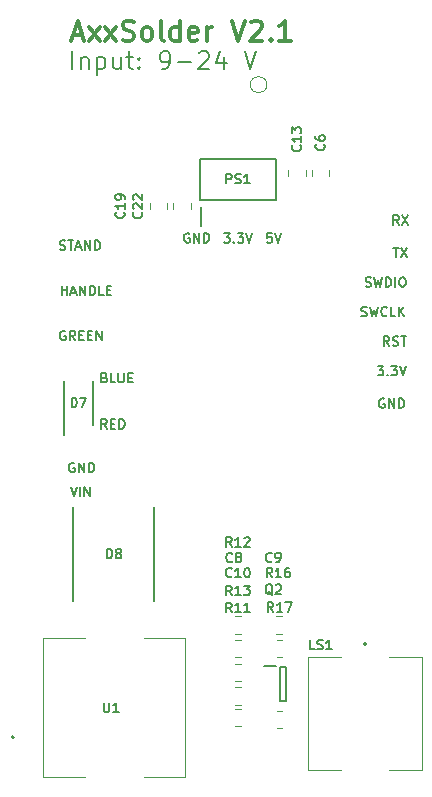
<source format=gbr>
%TF.GenerationSoftware,KiCad,Pcbnew,7.0.8*%
%TF.CreationDate,2023-10-07T14:56:38+02:00*%
%TF.ProjectId,AxxSolder,41787853-6f6c-4646-9572-2e6b69636164,rev?*%
%TF.SameCoordinates,Original*%
%TF.FileFunction,Legend,Top*%
%TF.FilePolarity,Positive*%
%FSLAX46Y46*%
G04 Gerber Fmt 4.6, Leading zero omitted, Abs format (unit mm)*
G04 Created by KiCad (PCBNEW 7.0.8) date 2023-10-07 14:56:38*
%MOMM*%
%LPD*%
G01*
G04 APERTURE LIST*
%ADD10C,0.300000*%
%ADD11C,0.150000*%
%ADD12C,0.200000*%
%ADD13C,0.120000*%
%ADD14C,0.100000*%
G04 APERTURE END LIST*
D10*
X104021177Y-49535139D02*
X104830701Y-49535139D01*
X103859272Y-50020853D02*
X104425939Y-48320853D01*
X104425939Y-48320853D02*
X104992606Y-50020853D01*
X105397368Y-50020853D02*
X106287844Y-48887520D01*
X105397368Y-48887520D02*
X106287844Y-50020853D01*
X106773558Y-50020853D02*
X107664034Y-48887520D01*
X106773558Y-48887520D02*
X107664034Y-50020853D01*
X108230700Y-49939901D02*
X108473557Y-50020853D01*
X108473557Y-50020853D02*
X108878319Y-50020853D01*
X108878319Y-50020853D02*
X109040224Y-49939901D01*
X109040224Y-49939901D02*
X109121176Y-49858948D01*
X109121176Y-49858948D02*
X109202129Y-49697043D01*
X109202129Y-49697043D02*
X109202129Y-49535139D01*
X109202129Y-49535139D02*
X109121176Y-49373234D01*
X109121176Y-49373234D02*
X109040224Y-49292281D01*
X109040224Y-49292281D02*
X108878319Y-49211329D01*
X108878319Y-49211329D02*
X108554510Y-49130377D01*
X108554510Y-49130377D02*
X108392605Y-49049424D01*
X108392605Y-49049424D02*
X108311652Y-48968472D01*
X108311652Y-48968472D02*
X108230700Y-48806567D01*
X108230700Y-48806567D02*
X108230700Y-48644662D01*
X108230700Y-48644662D02*
X108311652Y-48482758D01*
X108311652Y-48482758D02*
X108392605Y-48401805D01*
X108392605Y-48401805D02*
X108554510Y-48320853D01*
X108554510Y-48320853D02*
X108959271Y-48320853D01*
X108959271Y-48320853D02*
X109202129Y-48401805D01*
X110173558Y-50020853D02*
X110011653Y-49939901D01*
X110011653Y-49939901D02*
X109930700Y-49858948D01*
X109930700Y-49858948D02*
X109849748Y-49697043D01*
X109849748Y-49697043D02*
X109849748Y-49211329D01*
X109849748Y-49211329D02*
X109930700Y-49049424D01*
X109930700Y-49049424D02*
X110011653Y-48968472D01*
X110011653Y-48968472D02*
X110173558Y-48887520D01*
X110173558Y-48887520D02*
X110416415Y-48887520D01*
X110416415Y-48887520D02*
X110578319Y-48968472D01*
X110578319Y-48968472D02*
X110659272Y-49049424D01*
X110659272Y-49049424D02*
X110740224Y-49211329D01*
X110740224Y-49211329D02*
X110740224Y-49697043D01*
X110740224Y-49697043D02*
X110659272Y-49858948D01*
X110659272Y-49858948D02*
X110578319Y-49939901D01*
X110578319Y-49939901D02*
X110416415Y-50020853D01*
X110416415Y-50020853D02*
X110173558Y-50020853D01*
X111711653Y-50020853D02*
X111549748Y-49939901D01*
X111549748Y-49939901D02*
X111468795Y-49777996D01*
X111468795Y-49777996D02*
X111468795Y-48320853D01*
X113087843Y-50020853D02*
X113087843Y-48320853D01*
X113087843Y-49939901D02*
X112925938Y-50020853D01*
X112925938Y-50020853D02*
X112602129Y-50020853D01*
X112602129Y-50020853D02*
X112440224Y-49939901D01*
X112440224Y-49939901D02*
X112359271Y-49858948D01*
X112359271Y-49858948D02*
X112278319Y-49697043D01*
X112278319Y-49697043D02*
X112278319Y-49211329D01*
X112278319Y-49211329D02*
X112359271Y-49049424D01*
X112359271Y-49049424D02*
X112440224Y-48968472D01*
X112440224Y-48968472D02*
X112602129Y-48887520D01*
X112602129Y-48887520D02*
X112925938Y-48887520D01*
X112925938Y-48887520D02*
X113087843Y-48968472D01*
X114544985Y-49939901D02*
X114383081Y-50020853D01*
X114383081Y-50020853D02*
X114059271Y-50020853D01*
X114059271Y-50020853D02*
X113897366Y-49939901D01*
X113897366Y-49939901D02*
X113816414Y-49777996D01*
X113816414Y-49777996D02*
X113816414Y-49130377D01*
X113816414Y-49130377D02*
X113897366Y-48968472D01*
X113897366Y-48968472D02*
X114059271Y-48887520D01*
X114059271Y-48887520D02*
X114383081Y-48887520D01*
X114383081Y-48887520D02*
X114544985Y-48968472D01*
X114544985Y-48968472D02*
X114625938Y-49130377D01*
X114625938Y-49130377D02*
X114625938Y-49292281D01*
X114625938Y-49292281D02*
X113816414Y-49454186D01*
X115354509Y-50020853D02*
X115354509Y-48887520D01*
X115354509Y-49211329D02*
X115435462Y-49049424D01*
X115435462Y-49049424D02*
X115516414Y-48968472D01*
X115516414Y-48968472D02*
X115678319Y-48887520D01*
X115678319Y-48887520D02*
X115840224Y-48887520D01*
X117459271Y-48320853D02*
X118025938Y-50020853D01*
X118025938Y-50020853D02*
X118592605Y-48320853D01*
X119078319Y-48482758D02*
X119159271Y-48401805D01*
X119159271Y-48401805D02*
X119321176Y-48320853D01*
X119321176Y-48320853D02*
X119725938Y-48320853D01*
X119725938Y-48320853D02*
X119887843Y-48401805D01*
X119887843Y-48401805D02*
X119968795Y-48482758D01*
X119968795Y-48482758D02*
X120049748Y-48644662D01*
X120049748Y-48644662D02*
X120049748Y-48806567D01*
X120049748Y-48806567D02*
X119968795Y-49049424D01*
X119968795Y-49049424D02*
X118997367Y-50020853D01*
X118997367Y-50020853D02*
X120049748Y-50020853D01*
X120778319Y-49858948D02*
X120859272Y-49939901D01*
X120859272Y-49939901D02*
X120778319Y-50020853D01*
X120778319Y-50020853D02*
X120697367Y-49939901D01*
X120697367Y-49939901D02*
X120778319Y-49858948D01*
X120778319Y-49858948D02*
X120778319Y-50020853D01*
X122478320Y-50020853D02*
X121506891Y-50020853D01*
X121992605Y-50020853D02*
X121992605Y-48320853D01*
X121992605Y-48320853D02*
X121830701Y-48563710D01*
X121830701Y-48563710D02*
X121668796Y-48725615D01*
X121668796Y-48725615D02*
X121506891Y-48806567D01*
D11*
X130390476Y-80350390D02*
X130314286Y-80312295D01*
X130314286Y-80312295D02*
X130200000Y-80312295D01*
X130200000Y-80312295D02*
X130085714Y-80350390D01*
X130085714Y-80350390D02*
X130009524Y-80426580D01*
X130009524Y-80426580D02*
X129971429Y-80502771D01*
X129971429Y-80502771D02*
X129933333Y-80655152D01*
X129933333Y-80655152D02*
X129933333Y-80769438D01*
X129933333Y-80769438D02*
X129971429Y-80921819D01*
X129971429Y-80921819D02*
X130009524Y-80998009D01*
X130009524Y-80998009D02*
X130085714Y-81074200D01*
X130085714Y-81074200D02*
X130200000Y-81112295D01*
X130200000Y-81112295D02*
X130276191Y-81112295D01*
X130276191Y-81112295D02*
X130390476Y-81074200D01*
X130390476Y-81074200D02*
X130428572Y-81036104D01*
X130428572Y-81036104D02*
X130428572Y-80769438D01*
X130428572Y-80769438D02*
X130276191Y-80769438D01*
X130771429Y-81112295D02*
X130771429Y-80312295D01*
X130771429Y-80312295D02*
X131228572Y-81112295D01*
X131228572Y-81112295D02*
X131228572Y-80312295D01*
X131609524Y-81112295D02*
X131609524Y-80312295D01*
X131609524Y-80312295D02*
X131800000Y-80312295D01*
X131800000Y-80312295D02*
X131914286Y-80350390D01*
X131914286Y-80350390D02*
X131990476Y-80426580D01*
X131990476Y-80426580D02*
X132028571Y-80502771D01*
X132028571Y-80502771D02*
X132066667Y-80655152D01*
X132066667Y-80655152D02*
X132066667Y-80769438D01*
X132066667Y-80769438D02*
X132028571Y-80921819D01*
X132028571Y-80921819D02*
X131990476Y-80998009D01*
X131990476Y-80998009D02*
X131914286Y-81074200D01*
X131914286Y-81074200D02*
X131800000Y-81112295D01*
X131800000Y-81112295D02*
X131609524Y-81112295D01*
X106702380Y-78543247D02*
X106816666Y-78581342D01*
X106816666Y-78581342D02*
X106854761Y-78619438D01*
X106854761Y-78619438D02*
X106892857Y-78695628D01*
X106892857Y-78695628D02*
X106892857Y-78809914D01*
X106892857Y-78809914D02*
X106854761Y-78886104D01*
X106854761Y-78886104D02*
X106816666Y-78924200D01*
X106816666Y-78924200D02*
X106740476Y-78962295D01*
X106740476Y-78962295D02*
X106435714Y-78962295D01*
X106435714Y-78962295D02*
X106435714Y-78162295D01*
X106435714Y-78162295D02*
X106702380Y-78162295D01*
X106702380Y-78162295D02*
X106778571Y-78200390D01*
X106778571Y-78200390D02*
X106816666Y-78238485D01*
X106816666Y-78238485D02*
X106854761Y-78314676D01*
X106854761Y-78314676D02*
X106854761Y-78390866D01*
X106854761Y-78390866D02*
X106816666Y-78467057D01*
X106816666Y-78467057D02*
X106778571Y-78505152D01*
X106778571Y-78505152D02*
X106702380Y-78543247D01*
X106702380Y-78543247D02*
X106435714Y-78543247D01*
X107616666Y-78962295D02*
X107235714Y-78962295D01*
X107235714Y-78962295D02*
X107235714Y-78162295D01*
X107883333Y-78162295D02*
X107883333Y-78809914D01*
X107883333Y-78809914D02*
X107921428Y-78886104D01*
X107921428Y-78886104D02*
X107959523Y-78924200D01*
X107959523Y-78924200D02*
X108035714Y-78962295D01*
X108035714Y-78962295D02*
X108188095Y-78962295D01*
X108188095Y-78962295D02*
X108264285Y-78924200D01*
X108264285Y-78924200D02*
X108302380Y-78886104D01*
X108302380Y-78886104D02*
X108340476Y-78809914D01*
X108340476Y-78809914D02*
X108340476Y-78162295D01*
X108721428Y-78543247D02*
X108988094Y-78543247D01*
X109102380Y-78962295D02*
X108721428Y-78962295D01*
X108721428Y-78962295D02*
X108721428Y-78162295D01*
X108721428Y-78162295D02*
X109102380Y-78162295D01*
X129819047Y-77562295D02*
X130314285Y-77562295D01*
X130314285Y-77562295D02*
X130047619Y-77867057D01*
X130047619Y-77867057D02*
X130161904Y-77867057D01*
X130161904Y-77867057D02*
X130238095Y-77905152D01*
X130238095Y-77905152D02*
X130276190Y-77943247D01*
X130276190Y-77943247D02*
X130314285Y-78019438D01*
X130314285Y-78019438D02*
X130314285Y-78209914D01*
X130314285Y-78209914D02*
X130276190Y-78286104D01*
X130276190Y-78286104D02*
X130238095Y-78324200D01*
X130238095Y-78324200D02*
X130161904Y-78362295D01*
X130161904Y-78362295D02*
X129933333Y-78362295D01*
X129933333Y-78362295D02*
X129857142Y-78324200D01*
X129857142Y-78324200D02*
X129819047Y-78286104D01*
X130657143Y-78286104D02*
X130695238Y-78324200D01*
X130695238Y-78324200D02*
X130657143Y-78362295D01*
X130657143Y-78362295D02*
X130619047Y-78324200D01*
X130619047Y-78324200D02*
X130657143Y-78286104D01*
X130657143Y-78286104D02*
X130657143Y-78362295D01*
X130961904Y-77562295D02*
X131457142Y-77562295D01*
X131457142Y-77562295D02*
X131190476Y-77867057D01*
X131190476Y-77867057D02*
X131304761Y-77867057D01*
X131304761Y-77867057D02*
X131380952Y-77905152D01*
X131380952Y-77905152D02*
X131419047Y-77943247D01*
X131419047Y-77943247D02*
X131457142Y-78019438D01*
X131457142Y-78019438D02*
X131457142Y-78209914D01*
X131457142Y-78209914D02*
X131419047Y-78286104D01*
X131419047Y-78286104D02*
X131380952Y-78324200D01*
X131380952Y-78324200D02*
X131304761Y-78362295D01*
X131304761Y-78362295D02*
X131076190Y-78362295D01*
X131076190Y-78362295D02*
X130999999Y-78324200D01*
X130999999Y-78324200D02*
X130961904Y-78286104D01*
X131685714Y-77562295D02*
X131952381Y-78362295D01*
X131952381Y-78362295D02*
X132219047Y-77562295D01*
X102929761Y-67699200D02*
X103044047Y-67737295D01*
X103044047Y-67737295D02*
X103234523Y-67737295D01*
X103234523Y-67737295D02*
X103310714Y-67699200D01*
X103310714Y-67699200D02*
X103348809Y-67661104D01*
X103348809Y-67661104D02*
X103386904Y-67584914D01*
X103386904Y-67584914D02*
X103386904Y-67508723D01*
X103386904Y-67508723D02*
X103348809Y-67432533D01*
X103348809Y-67432533D02*
X103310714Y-67394438D01*
X103310714Y-67394438D02*
X103234523Y-67356342D01*
X103234523Y-67356342D02*
X103082142Y-67318247D01*
X103082142Y-67318247D02*
X103005952Y-67280152D01*
X103005952Y-67280152D02*
X102967857Y-67242057D01*
X102967857Y-67242057D02*
X102929761Y-67165866D01*
X102929761Y-67165866D02*
X102929761Y-67089676D01*
X102929761Y-67089676D02*
X102967857Y-67013485D01*
X102967857Y-67013485D02*
X103005952Y-66975390D01*
X103005952Y-66975390D02*
X103082142Y-66937295D01*
X103082142Y-66937295D02*
X103272619Y-66937295D01*
X103272619Y-66937295D02*
X103386904Y-66975390D01*
X103615476Y-66937295D02*
X104072619Y-66937295D01*
X103844047Y-67737295D02*
X103844047Y-66937295D01*
X104301190Y-67508723D02*
X104682143Y-67508723D01*
X104225000Y-67737295D02*
X104491667Y-66937295D01*
X104491667Y-66937295D02*
X104758333Y-67737295D01*
X105025000Y-67737295D02*
X105025000Y-66937295D01*
X105025000Y-66937295D02*
X105482143Y-67737295D01*
X105482143Y-67737295D02*
X105482143Y-66937295D01*
X105863095Y-67737295D02*
X105863095Y-66937295D01*
X105863095Y-66937295D02*
X106053571Y-66937295D01*
X106053571Y-66937295D02*
X106167857Y-66975390D01*
X106167857Y-66975390D02*
X106244047Y-67051580D01*
X106244047Y-67051580D02*
X106282142Y-67127771D01*
X106282142Y-67127771D02*
X106320238Y-67280152D01*
X106320238Y-67280152D02*
X106320238Y-67394438D01*
X106320238Y-67394438D02*
X106282142Y-67546819D01*
X106282142Y-67546819D02*
X106244047Y-67623009D01*
X106244047Y-67623009D02*
X106167857Y-67699200D01*
X106167857Y-67699200D02*
X106053571Y-67737295D01*
X106053571Y-67737295D02*
X105863095Y-67737295D01*
X116819047Y-66312295D02*
X117314285Y-66312295D01*
X117314285Y-66312295D02*
X117047619Y-66617057D01*
X117047619Y-66617057D02*
X117161904Y-66617057D01*
X117161904Y-66617057D02*
X117238095Y-66655152D01*
X117238095Y-66655152D02*
X117276190Y-66693247D01*
X117276190Y-66693247D02*
X117314285Y-66769438D01*
X117314285Y-66769438D02*
X117314285Y-66959914D01*
X117314285Y-66959914D02*
X117276190Y-67036104D01*
X117276190Y-67036104D02*
X117238095Y-67074200D01*
X117238095Y-67074200D02*
X117161904Y-67112295D01*
X117161904Y-67112295D02*
X116933333Y-67112295D01*
X116933333Y-67112295D02*
X116857142Y-67074200D01*
X116857142Y-67074200D02*
X116819047Y-67036104D01*
X117657143Y-67036104D02*
X117695238Y-67074200D01*
X117695238Y-67074200D02*
X117657143Y-67112295D01*
X117657143Y-67112295D02*
X117619047Y-67074200D01*
X117619047Y-67074200D02*
X117657143Y-67036104D01*
X117657143Y-67036104D02*
X117657143Y-67112295D01*
X117961904Y-66312295D02*
X118457142Y-66312295D01*
X118457142Y-66312295D02*
X118190476Y-66617057D01*
X118190476Y-66617057D02*
X118304761Y-66617057D01*
X118304761Y-66617057D02*
X118380952Y-66655152D01*
X118380952Y-66655152D02*
X118419047Y-66693247D01*
X118419047Y-66693247D02*
X118457142Y-66769438D01*
X118457142Y-66769438D02*
X118457142Y-66959914D01*
X118457142Y-66959914D02*
X118419047Y-67036104D01*
X118419047Y-67036104D02*
X118380952Y-67074200D01*
X118380952Y-67074200D02*
X118304761Y-67112295D01*
X118304761Y-67112295D02*
X118076190Y-67112295D01*
X118076190Y-67112295D02*
X117999999Y-67074200D01*
X117999999Y-67074200D02*
X117961904Y-67036104D01*
X118685714Y-66312295D02*
X118952381Y-67112295D01*
X118952381Y-67112295D02*
X119219047Y-66312295D01*
X128440475Y-73324200D02*
X128554761Y-73362295D01*
X128554761Y-73362295D02*
X128745237Y-73362295D01*
X128745237Y-73362295D02*
X128821428Y-73324200D01*
X128821428Y-73324200D02*
X128859523Y-73286104D01*
X128859523Y-73286104D02*
X128897618Y-73209914D01*
X128897618Y-73209914D02*
X128897618Y-73133723D01*
X128897618Y-73133723D02*
X128859523Y-73057533D01*
X128859523Y-73057533D02*
X128821428Y-73019438D01*
X128821428Y-73019438D02*
X128745237Y-72981342D01*
X128745237Y-72981342D02*
X128592856Y-72943247D01*
X128592856Y-72943247D02*
X128516666Y-72905152D01*
X128516666Y-72905152D02*
X128478571Y-72867057D01*
X128478571Y-72867057D02*
X128440475Y-72790866D01*
X128440475Y-72790866D02*
X128440475Y-72714676D01*
X128440475Y-72714676D02*
X128478571Y-72638485D01*
X128478571Y-72638485D02*
X128516666Y-72600390D01*
X128516666Y-72600390D02*
X128592856Y-72562295D01*
X128592856Y-72562295D02*
X128783333Y-72562295D01*
X128783333Y-72562295D02*
X128897618Y-72600390D01*
X129164285Y-72562295D02*
X129354761Y-73362295D01*
X129354761Y-73362295D02*
X129507142Y-72790866D01*
X129507142Y-72790866D02*
X129659523Y-73362295D01*
X129659523Y-73362295D02*
X129850000Y-72562295D01*
X130611905Y-73286104D02*
X130573809Y-73324200D01*
X130573809Y-73324200D02*
X130459524Y-73362295D01*
X130459524Y-73362295D02*
X130383333Y-73362295D01*
X130383333Y-73362295D02*
X130269047Y-73324200D01*
X130269047Y-73324200D02*
X130192857Y-73248009D01*
X130192857Y-73248009D02*
X130154762Y-73171819D01*
X130154762Y-73171819D02*
X130116666Y-73019438D01*
X130116666Y-73019438D02*
X130116666Y-72905152D01*
X130116666Y-72905152D02*
X130154762Y-72752771D01*
X130154762Y-72752771D02*
X130192857Y-72676580D01*
X130192857Y-72676580D02*
X130269047Y-72600390D01*
X130269047Y-72600390D02*
X130383333Y-72562295D01*
X130383333Y-72562295D02*
X130459524Y-72562295D01*
X130459524Y-72562295D02*
X130573809Y-72600390D01*
X130573809Y-72600390D02*
X130611905Y-72638485D01*
X131335714Y-73362295D02*
X130954762Y-73362295D01*
X130954762Y-73362295D02*
X130954762Y-72562295D01*
X131602381Y-73362295D02*
X131602381Y-72562295D01*
X132059524Y-73362295D02*
X131716666Y-72905152D01*
X132059524Y-72562295D02*
X131602381Y-73019438D01*
X103366666Y-74625390D02*
X103290476Y-74587295D01*
X103290476Y-74587295D02*
X103176190Y-74587295D01*
X103176190Y-74587295D02*
X103061904Y-74625390D01*
X103061904Y-74625390D02*
X102985714Y-74701580D01*
X102985714Y-74701580D02*
X102947619Y-74777771D01*
X102947619Y-74777771D02*
X102909523Y-74930152D01*
X102909523Y-74930152D02*
X102909523Y-75044438D01*
X102909523Y-75044438D02*
X102947619Y-75196819D01*
X102947619Y-75196819D02*
X102985714Y-75273009D01*
X102985714Y-75273009D02*
X103061904Y-75349200D01*
X103061904Y-75349200D02*
X103176190Y-75387295D01*
X103176190Y-75387295D02*
X103252381Y-75387295D01*
X103252381Y-75387295D02*
X103366666Y-75349200D01*
X103366666Y-75349200D02*
X103404762Y-75311104D01*
X103404762Y-75311104D02*
X103404762Y-75044438D01*
X103404762Y-75044438D02*
X103252381Y-75044438D01*
X104204762Y-75387295D02*
X103938095Y-75006342D01*
X103747619Y-75387295D02*
X103747619Y-74587295D01*
X103747619Y-74587295D02*
X104052381Y-74587295D01*
X104052381Y-74587295D02*
X104128571Y-74625390D01*
X104128571Y-74625390D02*
X104166666Y-74663485D01*
X104166666Y-74663485D02*
X104204762Y-74739676D01*
X104204762Y-74739676D02*
X104204762Y-74853961D01*
X104204762Y-74853961D02*
X104166666Y-74930152D01*
X104166666Y-74930152D02*
X104128571Y-74968247D01*
X104128571Y-74968247D02*
X104052381Y-75006342D01*
X104052381Y-75006342D02*
X103747619Y-75006342D01*
X104547619Y-74968247D02*
X104814285Y-74968247D01*
X104928571Y-75387295D02*
X104547619Y-75387295D01*
X104547619Y-75387295D02*
X104547619Y-74587295D01*
X104547619Y-74587295D02*
X104928571Y-74587295D01*
X105271429Y-74968247D02*
X105538095Y-74968247D01*
X105652381Y-75387295D02*
X105271429Y-75387295D01*
X105271429Y-75387295D02*
X105271429Y-74587295D01*
X105271429Y-74587295D02*
X105652381Y-74587295D01*
X105995239Y-75387295D02*
X105995239Y-74587295D01*
X105995239Y-74587295D02*
X106452382Y-75387295D01*
X106452382Y-75387295D02*
X106452382Y-74587295D01*
X106885714Y-82862295D02*
X106619047Y-82481342D01*
X106428571Y-82862295D02*
X106428571Y-82062295D01*
X106428571Y-82062295D02*
X106733333Y-82062295D01*
X106733333Y-82062295D02*
X106809523Y-82100390D01*
X106809523Y-82100390D02*
X106847618Y-82138485D01*
X106847618Y-82138485D02*
X106885714Y-82214676D01*
X106885714Y-82214676D02*
X106885714Y-82328961D01*
X106885714Y-82328961D02*
X106847618Y-82405152D01*
X106847618Y-82405152D02*
X106809523Y-82443247D01*
X106809523Y-82443247D02*
X106733333Y-82481342D01*
X106733333Y-82481342D02*
X106428571Y-82481342D01*
X107228571Y-82443247D02*
X107495237Y-82443247D01*
X107609523Y-82862295D02*
X107228571Y-82862295D01*
X107228571Y-82862295D02*
X107228571Y-82062295D01*
X107228571Y-82062295D02*
X107609523Y-82062295D01*
X107952381Y-82862295D02*
X107952381Y-82062295D01*
X107952381Y-82062295D02*
X108142857Y-82062295D01*
X108142857Y-82062295D02*
X108257143Y-82100390D01*
X108257143Y-82100390D02*
X108333333Y-82176580D01*
X108333333Y-82176580D02*
X108371428Y-82252771D01*
X108371428Y-82252771D02*
X108409524Y-82405152D01*
X108409524Y-82405152D02*
X108409524Y-82519438D01*
X108409524Y-82519438D02*
X108371428Y-82671819D01*
X108371428Y-82671819D02*
X108333333Y-82748009D01*
X108333333Y-82748009D02*
X108257143Y-82824200D01*
X108257143Y-82824200D02*
X108142857Y-82862295D01*
X108142857Y-82862295D02*
X107952381Y-82862295D01*
X104140476Y-85800390D02*
X104064286Y-85762295D01*
X104064286Y-85762295D02*
X103950000Y-85762295D01*
X103950000Y-85762295D02*
X103835714Y-85800390D01*
X103835714Y-85800390D02*
X103759524Y-85876580D01*
X103759524Y-85876580D02*
X103721429Y-85952771D01*
X103721429Y-85952771D02*
X103683333Y-86105152D01*
X103683333Y-86105152D02*
X103683333Y-86219438D01*
X103683333Y-86219438D02*
X103721429Y-86371819D01*
X103721429Y-86371819D02*
X103759524Y-86448009D01*
X103759524Y-86448009D02*
X103835714Y-86524200D01*
X103835714Y-86524200D02*
X103950000Y-86562295D01*
X103950000Y-86562295D02*
X104026191Y-86562295D01*
X104026191Y-86562295D02*
X104140476Y-86524200D01*
X104140476Y-86524200D02*
X104178572Y-86486104D01*
X104178572Y-86486104D02*
X104178572Y-86219438D01*
X104178572Y-86219438D02*
X104026191Y-86219438D01*
X104521429Y-86562295D02*
X104521429Y-85762295D01*
X104521429Y-85762295D02*
X104978572Y-86562295D01*
X104978572Y-86562295D02*
X104978572Y-85762295D01*
X105359524Y-86562295D02*
X105359524Y-85762295D01*
X105359524Y-85762295D02*
X105550000Y-85762295D01*
X105550000Y-85762295D02*
X105664286Y-85800390D01*
X105664286Y-85800390D02*
X105740476Y-85876580D01*
X105740476Y-85876580D02*
X105778571Y-85952771D01*
X105778571Y-85952771D02*
X105816667Y-86105152D01*
X105816667Y-86105152D02*
X105816667Y-86219438D01*
X105816667Y-86219438D02*
X105778571Y-86371819D01*
X105778571Y-86371819D02*
X105740476Y-86448009D01*
X105740476Y-86448009D02*
X105664286Y-86524200D01*
X105664286Y-86524200D02*
X105550000Y-86562295D01*
X105550000Y-86562295D02*
X105359524Y-86562295D01*
X103823810Y-87812295D02*
X104090477Y-88612295D01*
X104090477Y-88612295D02*
X104357143Y-87812295D01*
X104623810Y-88612295D02*
X104623810Y-87812295D01*
X105004762Y-88612295D02*
X105004762Y-87812295D01*
X105004762Y-87812295D02*
X105461905Y-88612295D01*
X105461905Y-88612295D02*
X105461905Y-87812295D01*
X131616667Y-65612295D02*
X131350000Y-65231342D01*
X131159524Y-65612295D02*
X131159524Y-64812295D01*
X131159524Y-64812295D02*
X131464286Y-64812295D01*
X131464286Y-64812295D02*
X131540476Y-64850390D01*
X131540476Y-64850390D02*
X131578571Y-64888485D01*
X131578571Y-64888485D02*
X131616667Y-64964676D01*
X131616667Y-64964676D02*
X131616667Y-65078961D01*
X131616667Y-65078961D02*
X131578571Y-65155152D01*
X131578571Y-65155152D02*
X131540476Y-65193247D01*
X131540476Y-65193247D02*
X131464286Y-65231342D01*
X131464286Y-65231342D02*
X131159524Y-65231342D01*
X131883333Y-64812295D02*
X132416667Y-65612295D01*
X132416667Y-64812295D02*
X131883333Y-65612295D01*
X128804761Y-70824200D02*
X128919047Y-70862295D01*
X128919047Y-70862295D02*
X129109523Y-70862295D01*
X129109523Y-70862295D02*
X129185714Y-70824200D01*
X129185714Y-70824200D02*
X129223809Y-70786104D01*
X129223809Y-70786104D02*
X129261904Y-70709914D01*
X129261904Y-70709914D02*
X129261904Y-70633723D01*
X129261904Y-70633723D02*
X129223809Y-70557533D01*
X129223809Y-70557533D02*
X129185714Y-70519438D01*
X129185714Y-70519438D02*
X129109523Y-70481342D01*
X129109523Y-70481342D02*
X128957142Y-70443247D01*
X128957142Y-70443247D02*
X128880952Y-70405152D01*
X128880952Y-70405152D02*
X128842857Y-70367057D01*
X128842857Y-70367057D02*
X128804761Y-70290866D01*
X128804761Y-70290866D02*
X128804761Y-70214676D01*
X128804761Y-70214676D02*
X128842857Y-70138485D01*
X128842857Y-70138485D02*
X128880952Y-70100390D01*
X128880952Y-70100390D02*
X128957142Y-70062295D01*
X128957142Y-70062295D02*
X129147619Y-70062295D01*
X129147619Y-70062295D02*
X129261904Y-70100390D01*
X129528571Y-70062295D02*
X129719047Y-70862295D01*
X129719047Y-70862295D02*
X129871428Y-70290866D01*
X129871428Y-70290866D02*
X130023809Y-70862295D01*
X130023809Y-70862295D02*
X130214286Y-70062295D01*
X130519048Y-70862295D02*
X130519048Y-70062295D01*
X130519048Y-70062295D02*
X130709524Y-70062295D01*
X130709524Y-70062295D02*
X130823810Y-70100390D01*
X130823810Y-70100390D02*
X130900000Y-70176580D01*
X130900000Y-70176580D02*
X130938095Y-70252771D01*
X130938095Y-70252771D02*
X130976191Y-70405152D01*
X130976191Y-70405152D02*
X130976191Y-70519438D01*
X130976191Y-70519438D02*
X130938095Y-70671819D01*
X130938095Y-70671819D02*
X130900000Y-70748009D01*
X130900000Y-70748009D02*
X130823810Y-70824200D01*
X130823810Y-70824200D02*
X130709524Y-70862295D01*
X130709524Y-70862295D02*
X130519048Y-70862295D01*
X131319048Y-70862295D02*
X131319048Y-70062295D01*
X131852381Y-70062295D02*
X132004762Y-70062295D01*
X132004762Y-70062295D02*
X132080952Y-70100390D01*
X132080952Y-70100390D02*
X132157143Y-70176580D01*
X132157143Y-70176580D02*
X132195238Y-70328961D01*
X132195238Y-70328961D02*
X132195238Y-70595628D01*
X132195238Y-70595628D02*
X132157143Y-70748009D01*
X132157143Y-70748009D02*
X132080952Y-70824200D01*
X132080952Y-70824200D02*
X132004762Y-70862295D01*
X132004762Y-70862295D02*
X131852381Y-70862295D01*
X131852381Y-70862295D02*
X131776190Y-70824200D01*
X131776190Y-70824200D02*
X131700000Y-70748009D01*
X131700000Y-70748009D02*
X131661904Y-70595628D01*
X131661904Y-70595628D02*
X131661904Y-70328961D01*
X131661904Y-70328961D02*
X131700000Y-70176580D01*
X131700000Y-70176580D02*
X131776190Y-70100390D01*
X131776190Y-70100390D02*
X131852381Y-70062295D01*
X130811905Y-75862295D02*
X130545238Y-75481342D01*
X130354762Y-75862295D02*
X130354762Y-75062295D01*
X130354762Y-75062295D02*
X130659524Y-75062295D01*
X130659524Y-75062295D02*
X130735714Y-75100390D01*
X130735714Y-75100390D02*
X130773809Y-75138485D01*
X130773809Y-75138485D02*
X130811905Y-75214676D01*
X130811905Y-75214676D02*
X130811905Y-75328961D01*
X130811905Y-75328961D02*
X130773809Y-75405152D01*
X130773809Y-75405152D02*
X130735714Y-75443247D01*
X130735714Y-75443247D02*
X130659524Y-75481342D01*
X130659524Y-75481342D02*
X130354762Y-75481342D01*
X131116666Y-75824200D02*
X131230952Y-75862295D01*
X131230952Y-75862295D02*
X131421428Y-75862295D01*
X131421428Y-75862295D02*
X131497619Y-75824200D01*
X131497619Y-75824200D02*
X131535714Y-75786104D01*
X131535714Y-75786104D02*
X131573809Y-75709914D01*
X131573809Y-75709914D02*
X131573809Y-75633723D01*
X131573809Y-75633723D02*
X131535714Y-75557533D01*
X131535714Y-75557533D02*
X131497619Y-75519438D01*
X131497619Y-75519438D02*
X131421428Y-75481342D01*
X131421428Y-75481342D02*
X131269047Y-75443247D01*
X131269047Y-75443247D02*
X131192857Y-75405152D01*
X131192857Y-75405152D02*
X131154762Y-75367057D01*
X131154762Y-75367057D02*
X131116666Y-75290866D01*
X131116666Y-75290866D02*
X131116666Y-75214676D01*
X131116666Y-75214676D02*
X131154762Y-75138485D01*
X131154762Y-75138485D02*
X131192857Y-75100390D01*
X131192857Y-75100390D02*
X131269047Y-75062295D01*
X131269047Y-75062295D02*
X131459524Y-75062295D01*
X131459524Y-75062295D02*
X131573809Y-75100390D01*
X131802381Y-75062295D02*
X132259524Y-75062295D01*
X132030952Y-75862295D02*
X132030952Y-75062295D01*
D12*
X103988720Y-52433528D02*
X103988720Y-50933528D01*
X104703006Y-51433528D02*
X104703006Y-52433528D01*
X104703006Y-51576385D02*
X104774435Y-51504957D01*
X104774435Y-51504957D02*
X104917292Y-51433528D01*
X104917292Y-51433528D02*
X105131578Y-51433528D01*
X105131578Y-51433528D02*
X105274435Y-51504957D01*
X105274435Y-51504957D02*
X105345864Y-51647814D01*
X105345864Y-51647814D02*
X105345864Y-52433528D01*
X106060149Y-51433528D02*
X106060149Y-52933528D01*
X106060149Y-51504957D02*
X106203007Y-51433528D01*
X106203007Y-51433528D02*
X106488721Y-51433528D01*
X106488721Y-51433528D02*
X106631578Y-51504957D01*
X106631578Y-51504957D02*
X106703007Y-51576385D01*
X106703007Y-51576385D02*
X106774435Y-51719242D01*
X106774435Y-51719242D02*
X106774435Y-52147814D01*
X106774435Y-52147814D02*
X106703007Y-52290671D01*
X106703007Y-52290671D02*
X106631578Y-52362100D01*
X106631578Y-52362100D02*
X106488721Y-52433528D01*
X106488721Y-52433528D02*
X106203007Y-52433528D01*
X106203007Y-52433528D02*
X106060149Y-52362100D01*
X108060150Y-51433528D02*
X108060150Y-52433528D01*
X107417292Y-51433528D02*
X107417292Y-52219242D01*
X107417292Y-52219242D02*
X107488721Y-52362100D01*
X107488721Y-52362100D02*
X107631578Y-52433528D01*
X107631578Y-52433528D02*
X107845864Y-52433528D01*
X107845864Y-52433528D02*
X107988721Y-52362100D01*
X107988721Y-52362100D02*
X108060150Y-52290671D01*
X108560150Y-51433528D02*
X109131578Y-51433528D01*
X108774435Y-50933528D02*
X108774435Y-52219242D01*
X108774435Y-52219242D02*
X108845864Y-52362100D01*
X108845864Y-52362100D02*
X108988721Y-52433528D01*
X108988721Y-52433528D02*
X109131578Y-52433528D01*
X109631578Y-52290671D02*
X109703007Y-52362100D01*
X109703007Y-52362100D02*
X109631578Y-52433528D01*
X109631578Y-52433528D02*
X109560150Y-52362100D01*
X109560150Y-52362100D02*
X109631578Y-52290671D01*
X109631578Y-52290671D02*
X109631578Y-52433528D01*
X109631578Y-51504957D02*
X109703007Y-51576385D01*
X109703007Y-51576385D02*
X109631578Y-51647814D01*
X109631578Y-51647814D02*
X109560150Y-51576385D01*
X109560150Y-51576385D02*
X109631578Y-51504957D01*
X109631578Y-51504957D02*
X109631578Y-51647814D01*
X111560150Y-52433528D02*
X111845864Y-52433528D01*
X111845864Y-52433528D02*
X111988721Y-52362100D01*
X111988721Y-52362100D02*
X112060150Y-52290671D01*
X112060150Y-52290671D02*
X112203007Y-52076385D01*
X112203007Y-52076385D02*
X112274436Y-51790671D01*
X112274436Y-51790671D02*
X112274436Y-51219242D01*
X112274436Y-51219242D02*
X112203007Y-51076385D01*
X112203007Y-51076385D02*
X112131579Y-51004957D01*
X112131579Y-51004957D02*
X111988721Y-50933528D01*
X111988721Y-50933528D02*
X111703007Y-50933528D01*
X111703007Y-50933528D02*
X111560150Y-51004957D01*
X111560150Y-51004957D02*
X111488721Y-51076385D01*
X111488721Y-51076385D02*
X111417293Y-51219242D01*
X111417293Y-51219242D02*
X111417293Y-51576385D01*
X111417293Y-51576385D02*
X111488721Y-51719242D01*
X111488721Y-51719242D02*
X111560150Y-51790671D01*
X111560150Y-51790671D02*
X111703007Y-51862100D01*
X111703007Y-51862100D02*
X111988721Y-51862100D01*
X111988721Y-51862100D02*
X112131579Y-51790671D01*
X112131579Y-51790671D02*
X112203007Y-51719242D01*
X112203007Y-51719242D02*
X112274436Y-51576385D01*
X112917292Y-51862100D02*
X114060150Y-51862100D01*
X114703007Y-51076385D02*
X114774435Y-51004957D01*
X114774435Y-51004957D02*
X114917293Y-50933528D01*
X114917293Y-50933528D02*
X115274435Y-50933528D01*
X115274435Y-50933528D02*
X115417293Y-51004957D01*
X115417293Y-51004957D02*
X115488721Y-51076385D01*
X115488721Y-51076385D02*
X115560150Y-51219242D01*
X115560150Y-51219242D02*
X115560150Y-51362100D01*
X115560150Y-51362100D02*
X115488721Y-51576385D01*
X115488721Y-51576385D02*
X114631578Y-52433528D01*
X114631578Y-52433528D02*
X115560150Y-52433528D01*
X116845864Y-51433528D02*
X116845864Y-52433528D01*
X116488721Y-50862100D02*
X116131578Y-51933528D01*
X116131578Y-51933528D02*
X117060149Y-51933528D01*
X118560149Y-50933528D02*
X119060149Y-52433528D01*
X119060149Y-52433528D02*
X119560149Y-50933528D01*
D11*
X131140476Y-67562295D02*
X131597619Y-67562295D01*
X131369047Y-68362295D02*
X131369047Y-67562295D01*
X131788095Y-67562295D02*
X132321429Y-68362295D01*
X132321429Y-67562295D02*
X131788095Y-68362295D01*
X113890476Y-66350390D02*
X113814286Y-66312295D01*
X113814286Y-66312295D02*
X113700000Y-66312295D01*
X113700000Y-66312295D02*
X113585714Y-66350390D01*
X113585714Y-66350390D02*
X113509524Y-66426580D01*
X113509524Y-66426580D02*
X113471429Y-66502771D01*
X113471429Y-66502771D02*
X113433333Y-66655152D01*
X113433333Y-66655152D02*
X113433333Y-66769438D01*
X113433333Y-66769438D02*
X113471429Y-66921819D01*
X113471429Y-66921819D02*
X113509524Y-66998009D01*
X113509524Y-66998009D02*
X113585714Y-67074200D01*
X113585714Y-67074200D02*
X113700000Y-67112295D01*
X113700000Y-67112295D02*
X113776191Y-67112295D01*
X113776191Y-67112295D02*
X113890476Y-67074200D01*
X113890476Y-67074200D02*
X113928572Y-67036104D01*
X113928572Y-67036104D02*
X113928572Y-66769438D01*
X113928572Y-66769438D02*
X113776191Y-66769438D01*
X114271429Y-67112295D02*
X114271429Y-66312295D01*
X114271429Y-66312295D02*
X114728572Y-67112295D01*
X114728572Y-67112295D02*
X114728572Y-66312295D01*
X115109524Y-67112295D02*
X115109524Y-66312295D01*
X115109524Y-66312295D02*
X115300000Y-66312295D01*
X115300000Y-66312295D02*
X115414286Y-66350390D01*
X115414286Y-66350390D02*
X115490476Y-66426580D01*
X115490476Y-66426580D02*
X115528571Y-66502771D01*
X115528571Y-66502771D02*
X115566667Y-66655152D01*
X115566667Y-66655152D02*
X115566667Y-66769438D01*
X115566667Y-66769438D02*
X115528571Y-66921819D01*
X115528571Y-66921819D02*
X115490476Y-66998009D01*
X115490476Y-66998009D02*
X115414286Y-67074200D01*
X115414286Y-67074200D02*
X115300000Y-67112295D01*
X115300000Y-67112295D02*
X115109524Y-67112295D01*
X120847619Y-66312295D02*
X120466667Y-66312295D01*
X120466667Y-66312295D02*
X120428571Y-66693247D01*
X120428571Y-66693247D02*
X120466667Y-66655152D01*
X120466667Y-66655152D02*
X120542857Y-66617057D01*
X120542857Y-66617057D02*
X120733333Y-66617057D01*
X120733333Y-66617057D02*
X120809524Y-66655152D01*
X120809524Y-66655152D02*
X120847619Y-66693247D01*
X120847619Y-66693247D02*
X120885714Y-66769438D01*
X120885714Y-66769438D02*
X120885714Y-66959914D01*
X120885714Y-66959914D02*
X120847619Y-67036104D01*
X120847619Y-67036104D02*
X120809524Y-67074200D01*
X120809524Y-67074200D02*
X120733333Y-67112295D01*
X120733333Y-67112295D02*
X120542857Y-67112295D01*
X120542857Y-67112295D02*
X120466667Y-67074200D01*
X120466667Y-67074200D02*
X120428571Y-67036104D01*
X121114286Y-66312295D02*
X121380953Y-67112295D01*
X121380953Y-67112295D02*
X121647619Y-66312295D01*
X103073810Y-71587295D02*
X103073810Y-70787295D01*
X103073810Y-71168247D02*
X103530953Y-71168247D01*
X103530953Y-71587295D02*
X103530953Y-70787295D01*
X103873809Y-71358723D02*
X104254762Y-71358723D01*
X103797619Y-71587295D02*
X104064286Y-70787295D01*
X104064286Y-70787295D02*
X104330952Y-71587295D01*
X104597619Y-71587295D02*
X104597619Y-70787295D01*
X104597619Y-70787295D02*
X105054762Y-71587295D01*
X105054762Y-71587295D02*
X105054762Y-70787295D01*
X105435714Y-71587295D02*
X105435714Y-70787295D01*
X105435714Y-70787295D02*
X105626190Y-70787295D01*
X105626190Y-70787295D02*
X105740476Y-70825390D01*
X105740476Y-70825390D02*
X105816666Y-70901580D01*
X105816666Y-70901580D02*
X105854761Y-70977771D01*
X105854761Y-70977771D02*
X105892857Y-71130152D01*
X105892857Y-71130152D02*
X105892857Y-71244438D01*
X105892857Y-71244438D02*
X105854761Y-71396819D01*
X105854761Y-71396819D02*
X105816666Y-71473009D01*
X105816666Y-71473009D02*
X105740476Y-71549200D01*
X105740476Y-71549200D02*
X105626190Y-71587295D01*
X105626190Y-71587295D02*
X105435714Y-71587295D01*
X106616666Y-71587295D02*
X106235714Y-71587295D01*
X106235714Y-71587295D02*
X106235714Y-70787295D01*
X106883333Y-71168247D02*
X107149999Y-71168247D01*
X107264285Y-71587295D02*
X106883333Y-71587295D01*
X106883333Y-71587295D02*
X106883333Y-70787295D01*
X106883333Y-70787295D02*
X107264285Y-70787295D01*
X120866667Y-94086104D02*
X120828571Y-94124200D01*
X120828571Y-94124200D02*
X120714286Y-94162295D01*
X120714286Y-94162295D02*
X120638095Y-94162295D01*
X120638095Y-94162295D02*
X120523809Y-94124200D01*
X120523809Y-94124200D02*
X120447619Y-94048009D01*
X120447619Y-94048009D02*
X120409524Y-93971819D01*
X120409524Y-93971819D02*
X120371428Y-93819438D01*
X120371428Y-93819438D02*
X120371428Y-93705152D01*
X120371428Y-93705152D02*
X120409524Y-93552771D01*
X120409524Y-93552771D02*
X120447619Y-93476580D01*
X120447619Y-93476580D02*
X120523809Y-93400390D01*
X120523809Y-93400390D02*
X120638095Y-93362295D01*
X120638095Y-93362295D02*
X120714286Y-93362295D01*
X120714286Y-93362295D02*
X120828571Y-93400390D01*
X120828571Y-93400390D02*
X120866667Y-93438485D01*
X121247619Y-94162295D02*
X121400000Y-94162295D01*
X121400000Y-94162295D02*
X121476190Y-94124200D01*
X121476190Y-94124200D02*
X121514286Y-94086104D01*
X121514286Y-94086104D02*
X121590476Y-93971819D01*
X121590476Y-93971819D02*
X121628571Y-93819438D01*
X121628571Y-93819438D02*
X121628571Y-93514676D01*
X121628571Y-93514676D02*
X121590476Y-93438485D01*
X121590476Y-93438485D02*
X121552381Y-93400390D01*
X121552381Y-93400390D02*
X121476190Y-93362295D01*
X121476190Y-93362295D02*
X121323809Y-93362295D01*
X121323809Y-93362295D02*
X121247619Y-93400390D01*
X121247619Y-93400390D02*
X121209524Y-93438485D01*
X121209524Y-93438485D02*
X121171428Y-93514676D01*
X121171428Y-93514676D02*
X121171428Y-93705152D01*
X121171428Y-93705152D02*
X121209524Y-93781342D01*
X121209524Y-93781342D02*
X121247619Y-93819438D01*
X121247619Y-93819438D02*
X121323809Y-93857533D01*
X121323809Y-93857533D02*
X121476190Y-93857533D01*
X121476190Y-93857533D02*
X121552381Y-93819438D01*
X121552381Y-93819438D02*
X121590476Y-93781342D01*
X121590476Y-93781342D02*
X121628571Y-93705152D01*
X117485714Y-95386104D02*
X117447618Y-95424200D01*
X117447618Y-95424200D02*
X117333333Y-95462295D01*
X117333333Y-95462295D02*
X117257142Y-95462295D01*
X117257142Y-95462295D02*
X117142856Y-95424200D01*
X117142856Y-95424200D02*
X117066666Y-95348009D01*
X117066666Y-95348009D02*
X117028571Y-95271819D01*
X117028571Y-95271819D02*
X116990475Y-95119438D01*
X116990475Y-95119438D02*
X116990475Y-95005152D01*
X116990475Y-95005152D02*
X117028571Y-94852771D01*
X117028571Y-94852771D02*
X117066666Y-94776580D01*
X117066666Y-94776580D02*
X117142856Y-94700390D01*
X117142856Y-94700390D02*
X117257142Y-94662295D01*
X117257142Y-94662295D02*
X117333333Y-94662295D01*
X117333333Y-94662295D02*
X117447618Y-94700390D01*
X117447618Y-94700390D02*
X117485714Y-94738485D01*
X118247618Y-95462295D02*
X117790475Y-95462295D01*
X118019047Y-95462295D02*
X118019047Y-94662295D01*
X118019047Y-94662295D02*
X117942856Y-94776580D01*
X117942856Y-94776580D02*
X117866666Y-94852771D01*
X117866666Y-94852771D02*
X117790475Y-94890866D01*
X118742857Y-94662295D02*
X118819047Y-94662295D01*
X118819047Y-94662295D02*
X118895238Y-94700390D01*
X118895238Y-94700390D02*
X118933333Y-94738485D01*
X118933333Y-94738485D02*
X118971428Y-94814676D01*
X118971428Y-94814676D02*
X119009523Y-94967057D01*
X119009523Y-94967057D02*
X119009523Y-95157533D01*
X119009523Y-95157533D02*
X118971428Y-95309914D01*
X118971428Y-95309914D02*
X118933333Y-95386104D01*
X118933333Y-95386104D02*
X118895238Y-95424200D01*
X118895238Y-95424200D02*
X118819047Y-95462295D01*
X118819047Y-95462295D02*
X118742857Y-95462295D01*
X118742857Y-95462295D02*
X118666666Y-95424200D01*
X118666666Y-95424200D02*
X118628571Y-95386104D01*
X118628571Y-95386104D02*
X118590476Y-95309914D01*
X118590476Y-95309914D02*
X118552380Y-95157533D01*
X118552380Y-95157533D02*
X118552380Y-94967057D01*
X118552380Y-94967057D02*
X118590476Y-94814676D01*
X118590476Y-94814676D02*
X118628571Y-94738485D01*
X118628571Y-94738485D02*
X118666666Y-94700390D01*
X118666666Y-94700390D02*
X118742857Y-94662295D01*
X123286104Y-58864285D02*
X123324200Y-58902381D01*
X123324200Y-58902381D02*
X123362295Y-59016666D01*
X123362295Y-59016666D02*
X123362295Y-59092857D01*
X123362295Y-59092857D02*
X123324200Y-59207143D01*
X123324200Y-59207143D02*
X123248009Y-59283333D01*
X123248009Y-59283333D02*
X123171819Y-59321428D01*
X123171819Y-59321428D02*
X123019438Y-59359524D01*
X123019438Y-59359524D02*
X122905152Y-59359524D01*
X122905152Y-59359524D02*
X122752771Y-59321428D01*
X122752771Y-59321428D02*
X122676580Y-59283333D01*
X122676580Y-59283333D02*
X122600390Y-59207143D01*
X122600390Y-59207143D02*
X122562295Y-59092857D01*
X122562295Y-59092857D02*
X122562295Y-59016666D01*
X122562295Y-59016666D02*
X122600390Y-58902381D01*
X122600390Y-58902381D02*
X122638485Y-58864285D01*
X123362295Y-58102381D02*
X123362295Y-58559524D01*
X123362295Y-58330952D02*
X122562295Y-58330952D01*
X122562295Y-58330952D02*
X122676580Y-58407143D01*
X122676580Y-58407143D02*
X122752771Y-58483333D01*
X122752771Y-58483333D02*
X122790866Y-58559524D01*
X122562295Y-57835714D02*
X122562295Y-57340476D01*
X122562295Y-57340476D02*
X122867057Y-57607142D01*
X122867057Y-57607142D02*
X122867057Y-57492857D01*
X122867057Y-57492857D02*
X122905152Y-57416666D01*
X122905152Y-57416666D02*
X122943247Y-57378571D01*
X122943247Y-57378571D02*
X123019438Y-57340476D01*
X123019438Y-57340476D02*
X123209914Y-57340476D01*
X123209914Y-57340476D02*
X123286104Y-57378571D01*
X123286104Y-57378571D02*
X123324200Y-57416666D01*
X123324200Y-57416666D02*
X123362295Y-57492857D01*
X123362295Y-57492857D02*
X123362295Y-57721428D01*
X123362295Y-57721428D02*
X123324200Y-57797619D01*
X123324200Y-57797619D02*
X123286104Y-57835714D01*
X117485714Y-92862295D02*
X117219047Y-92481342D01*
X117028571Y-92862295D02*
X117028571Y-92062295D01*
X117028571Y-92062295D02*
X117333333Y-92062295D01*
X117333333Y-92062295D02*
X117409523Y-92100390D01*
X117409523Y-92100390D02*
X117447618Y-92138485D01*
X117447618Y-92138485D02*
X117485714Y-92214676D01*
X117485714Y-92214676D02*
X117485714Y-92328961D01*
X117485714Y-92328961D02*
X117447618Y-92405152D01*
X117447618Y-92405152D02*
X117409523Y-92443247D01*
X117409523Y-92443247D02*
X117333333Y-92481342D01*
X117333333Y-92481342D02*
X117028571Y-92481342D01*
X118247618Y-92862295D02*
X117790475Y-92862295D01*
X118019047Y-92862295D02*
X118019047Y-92062295D01*
X118019047Y-92062295D02*
X117942856Y-92176580D01*
X117942856Y-92176580D02*
X117866666Y-92252771D01*
X117866666Y-92252771D02*
X117790475Y-92290866D01*
X118552380Y-92138485D02*
X118590476Y-92100390D01*
X118590476Y-92100390D02*
X118666666Y-92062295D01*
X118666666Y-92062295D02*
X118857142Y-92062295D01*
X118857142Y-92062295D02*
X118933333Y-92100390D01*
X118933333Y-92100390D02*
X118971428Y-92138485D01*
X118971428Y-92138485D02*
X119009523Y-92214676D01*
X119009523Y-92214676D02*
X119009523Y-92290866D01*
X119009523Y-92290866D02*
X118971428Y-92405152D01*
X118971428Y-92405152D02*
X118514285Y-92862295D01*
X118514285Y-92862295D02*
X119009523Y-92862295D01*
X125286104Y-58808332D02*
X125324200Y-58846428D01*
X125324200Y-58846428D02*
X125362295Y-58960713D01*
X125362295Y-58960713D02*
X125362295Y-59036904D01*
X125362295Y-59036904D02*
X125324200Y-59151190D01*
X125324200Y-59151190D02*
X125248009Y-59227380D01*
X125248009Y-59227380D02*
X125171819Y-59265475D01*
X125171819Y-59265475D02*
X125019438Y-59303571D01*
X125019438Y-59303571D02*
X124905152Y-59303571D01*
X124905152Y-59303571D02*
X124752771Y-59265475D01*
X124752771Y-59265475D02*
X124676580Y-59227380D01*
X124676580Y-59227380D02*
X124600390Y-59151190D01*
X124600390Y-59151190D02*
X124562295Y-59036904D01*
X124562295Y-59036904D02*
X124562295Y-58960713D01*
X124562295Y-58960713D02*
X124600390Y-58846428D01*
X124600390Y-58846428D02*
X124638485Y-58808332D01*
X124562295Y-58122618D02*
X124562295Y-58274999D01*
X124562295Y-58274999D02*
X124600390Y-58351190D01*
X124600390Y-58351190D02*
X124638485Y-58389285D01*
X124638485Y-58389285D02*
X124752771Y-58465475D01*
X124752771Y-58465475D02*
X124905152Y-58503571D01*
X124905152Y-58503571D02*
X125209914Y-58503571D01*
X125209914Y-58503571D02*
X125286104Y-58465475D01*
X125286104Y-58465475D02*
X125324200Y-58427380D01*
X125324200Y-58427380D02*
X125362295Y-58351190D01*
X125362295Y-58351190D02*
X125362295Y-58198809D01*
X125362295Y-58198809D02*
X125324200Y-58122618D01*
X125324200Y-58122618D02*
X125286104Y-58084523D01*
X125286104Y-58084523D02*
X125209914Y-58046428D01*
X125209914Y-58046428D02*
X125019438Y-58046428D01*
X125019438Y-58046428D02*
X124943247Y-58084523D01*
X124943247Y-58084523D02*
X124905152Y-58122618D01*
X124905152Y-58122618D02*
X124867057Y-58198809D01*
X124867057Y-58198809D02*
X124867057Y-58351190D01*
X124867057Y-58351190D02*
X124905152Y-58427380D01*
X124905152Y-58427380D02*
X124943247Y-58465475D01*
X124943247Y-58465475D02*
X125019438Y-58503571D01*
X120923809Y-96938485D02*
X120847619Y-96900390D01*
X120847619Y-96900390D02*
X120771428Y-96824200D01*
X120771428Y-96824200D02*
X120657142Y-96709914D01*
X120657142Y-96709914D02*
X120580952Y-96671819D01*
X120580952Y-96671819D02*
X120504761Y-96671819D01*
X120542857Y-96862295D02*
X120466666Y-96824200D01*
X120466666Y-96824200D02*
X120390476Y-96748009D01*
X120390476Y-96748009D02*
X120352380Y-96595628D01*
X120352380Y-96595628D02*
X120352380Y-96328961D01*
X120352380Y-96328961D02*
X120390476Y-96176580D01*
X120390476Y-96176580D02*
X120466666Y-96100390D01*
X120466666Y-96100390D02*
X120542857Y-96062295D01*
X120542857Y-96062295D02*
X120695238Y-96062295D01*
X120695238Y-96062295D02*
X120771428Y-96100390D01*
X120771428Y-96100390D02*
X120847619Y-96176580D01*
X120847619Y-96176580D02*
X120885714Y-96328961D01*
X120885714Y-96328961D02*
X120885714Y-96595628D01*
X120885714Y-96595628D02*
X120847619Y-96748009D01*
X120847619Y-96748009D02*
X120771428Y-96824200D01*
X120771428Y-96824200D02*
X120695238Y-96862295D01*
X120695238Y-96862295D02*
X120542857Y-96862295D01*
X121190475Y-96138485D02*
X121228571Y-96100390D01*
X121228571Y-96100390D02*
X121304761Y-96062295D01*
X121304761Y-96062295D02*
X121495237Y-96062295D01*
X121495237Y-96062295D02*
X121571428Y-96100390D01*
X121571428Y-96100390D02*
X121609523Y-96138485D01*
X121609523Y-96138485D02*
X121647618Y-96214676D01*
X121647618Y-96214676D02*
X121647618Y-96290866D01*
X121647618Y-96290866D02*
X121609523Y-96405152D01*
X121609523Y-96405152D02*
X121152380Y-96862295D01*
X121152380Y-96862295D02*
X121647618Y-96862295D01*
X120885714Y-95462295D02*
X120619047Y-95081342D01*
X120428571Y-95462295D02*
X120428571Y-94662295D01*
X120428571Y-94662295D02*
X120733333Y-94662295D01*
X120733333Y-94662295D02*
X120809523Y-94700390D01*
X120809523Y-94700390D02*
X120847618Y-94738485D01*
X120847618Y-94738485D02*
X120885714Y-94814676D01*
X120885714Y-94814676D02*
X120885714Y-94928961D01*
X120885714Y-94928961D02*
X120847618Y-95005152D01*
X120847618Y-95005152D02*
X120809523Y-95043247D01*
X120809523Y-95043247D02*
X120733333Y-95081342D01*
X120733333Y-95081342D02*
X120428571Y-95081342D01*
X121647618Y-95462295D02*
X121190475Y-95462295D01*
X121419047Y-95462295D02*
X121419047Y-94662295D01*
X121419047Y-94662295D02*
X121342856Y-94776580D01*
X121342856Y-94776580D02*
X121266666Y-94852771D01*
X121266666Y-94852771D02*
X121190475Y-94890866D01*
X122333333Y-94662295D02*
X122180952Y-94662295D01*
X122180952Y-94662295D02*
X122104761Y-94700390D01*
X122104761Y-94700390D02*
X122066666Y-94738485D01*
X122066666Y-94738485D02*
X121990476Y-94852771D01*
X121990476Y-94852771D02*
X121952380Y-95005152D01*
X121952380Y-95005152D02*
X121952380Y-95309914D01*
X121952380Y-95309914D02*
X121990476Y-95386104D01*
X121990476Y-95386104D02*
X122028571Y-95424200D01*
X122028571Y-95424200D02*
X122104761Y-95462295D01*
X122104761Y-95462295D02*
X122257142Y-95462295D01*
X122257142Y-95462295D02*
X122333333Y-95424200D01*
X122333333Y-95424200D02*
X122371428Y-95386104D01*
X122371428Y-95386104D02*
X122409523Y-95309914D01*
X122409523Y-95309914D02*
X122409523Y-95119438D01*
X122409523Y-95119438D02*
X122371428Y-95043247D01*
X122371428Y-95043247D02*
X122333333Y-95005152D01*
X122333333Y-95005152D02*
X122257142Y-94967057D01*
X122257142Y-94967057D02*
X122104761Y-94967057D01*
X122104761Y-94967057D02*
X122028571Y-95005152D01*
X122028571Y-95005152D02*
X121990476Y-95043247D01*
X121990476Y-95043247D02*
X121952380Y-95119438D01*
X106909524Y-93862295D02*
X106909524Y-93062295D01*
X106909524Y-93062295D02*
X107100000Y-93062295D01*
X107100000Y-93062295D02*
X107214286Y-93100390D01*
X107214286Y-93100390D02*
X107290476Y-93176580D01*
X107290476Y-93176580D02*
X107328571Y-93252771D01*
X107328571Y-93252771D02*
X107366667Y-93405152D01*
X107366667Y-93405152D02*
X107366667Y-93519438D01*
X107366667Y-93519438D02*
X107328571Y-93671819D01*
X107328571Y-93671819D02*
X107290476Y-93748009D01*
X107290476Y-93748009D02*
X107214286Y-93824200D01*
X107214286Y-93824200D02*
X107100000Y-93862295D01*
X107100000Y-93862295D02*
X106909524Y-93862295D01*
X107823809Y-93405152D02*
X107747619Y-93367057D01*
X107747619Y-93367057D02*
X107709524Y-93328961D01*
X107709524Y-93328961D02*
X107671428Y-93252771D01*
X107671428Y-93252771D02*
X107671428Y-93214676D01*
X107671428Y-93214676D02*
X107709524Y-93138485D01*
X107709524Y-93138485D02*
X107747619Y-93100390D01*
X107747619Y-93100390D02*
X107823809Y-93062295D01*
X107823809Y-93062295D02*
X107976190Y-93062295D01*
X107976190Y-93062295D02*
X108052381Y-93100390D01*
X108052381Y-93100390D02*
X108090476Y-93138485D01*
X108090476Y-93138485D02*
X108128571Y-93214676D01*
X108128571Y-93214676D02*
X108128571Y-93252771D01*
X108128571Y-93252771D02*
X108090476Y-93328961D01*
X108090476Y-93328961D02*
X108052381Y-93367057D01*
X108052381Y-93367057D02*
X107976190Y-93405152D01*
X107976190Y-93405152D02*
X107823809Y-93405152D01*
X107823809Y-93405152D02*
X107747619Y-93443247D01*
X107747619Y-93443247D02*
X107709524Y-93481342D01*
X107709524Y-93481342D02*
X107671428Y-93557533D01*
X107671428Y-93557533D02*
X107671428Y-93709914D01*
X107671428Y-93709914D02*
X107709524Y-93786104D01*
X107709524Y-93786104D02*
X107747619Y-93824200D01*
X107747619Y-93824200D02*
X107823809Y-93862295D01*
X107823809Y-93862295D02*
X107976190Y-93862295D01*
X107976190Y-93862295D02*
X108052381Y-93824200D01*
X108052381Y-93824200D02*
X108090476Y-93786104D01*
X108090476Y-93786104D02*
X108128571Y-93709914D01*
X108128571Y-93709914D02*
X108128571Y-93557533D01*
X108128571Y-93557533D02*
X108090476Y-93481342D01*
X108090476Y-93481342D02*
X108052381Y-93443247D01*
X108052381Y-93443247D02*
X107976190Y-93405152D01*
X117485714Y-98412295D02*
X117219047Y-98031342D01*
X117028571Y-98412295D02*
X117028571Y-97612295D01*
X117028571Y-97612295D02*
X117333333Y-97612295D01*
X117333333Y-97612295D02*
X117409523Y-97650390D01*
X117409523Y-97650390D02*
X117447618Y-97688485D01*
X117447618Y-97688485D02*
X117485714Y-97764676D01*
X117485714Y-97764676D02*
X117485714Y-97878961D01*
X117485714Y-97878961D02*
X117447618Y-97955152D01*
X117447618Y-97955152D02*
X117409523Y-97993247D01*
X117409523Y-97993247D02*
X117333333Y-98031342D01*
X117333333Y-98031342D02*
X117028571Y-98031342D01*
X118247618Y-98412295D02*
X117790475Y-98412295D01*
X118019047Y-98412295D02*
X118019047Y-97612295D01*
X118019047Y-97612295D02*
X117942856Y-97726580D01*
X117942856Y-97726580D02*
X117866666Y-97802771D01*
X117866666Y-97802771D02*
X117790475Y-97840866D01*
X119009523Y-98412295D02*
X118552380Y-98412295D01*
X118780952Y-98412295D02*
X118780952Y-97612295D01*
X118780952Y-97612295D02*
X118704761Y-97726580D01*
X118704761Y-97726580D02*
X118628571Y-97802771D01*
X118628571Y-97802771D02*
X118552380Y-97840866D01*
X124485714Y-101562295D02*
X124104762Y-101562295D01*
X124104762Y-101562295D02*
X124104762Y-100762295D01*
X124714285Y-101524200D02*
X124828571Y-101562295D01*
X124828571Y-101562295D02*
X125019047Y-101562295D01*
X125019047Y-101562295D02*
X125095238Y-101524200D01*
X125095238Y-101524200D02*
X125133333Y-101486104D01*
X125133333Y-101486104D02*
X125171428Y-101409914D01*
X125171428Y-101409914D02*
X125171428Y-101333723D01*
X125171428Y-101333723D02*
X125133333Y-101257533D01*
X125133333Y-101257533D02*
X125095238Y-101219438D01*
X125095238Y-101219438D02*
X125019047Y-101181342D01*
X125019047Y-101181342D02*
X124866666Y-101143247D01*
X124866666Y-101143247D02*
X124790476Y-101105152D01*
X124790476Y-101105152D02*
X124752381Y-101067057D01*
X124752381Y-101067057D02*
X124714285Y-100990866D01*
X124714285Y-100990866D02*
X124714285Y-100914676D01*
X124714285Y-100914676D02*
X124752381Y-100838485D01*
X124752381Y-100838485D02*
X124790476Y-100800390D01*
X124790476Y-100800390D02*
X124866666Y-100762295D01*
X124866666Y-100762295D02*
X125057143Y-100762295D01*
X125057143Y-100762295D02*
X125171428Y-100800390D01*
X125933333Y-101562295D02*
X125476190Y-101562295D01*
X125704762Y-101562295D02*
X125704762Y-100762295D01*
X125704762Y-100762295D02*
X125628571Y-100876580D01*
X125628571Y-100876580D02*
X125552381Y-100952771D01*
X125552381Y-100952771D02*
X125476190Y-100990866D01*
X120985714Y-98362295D02*
X120719047Y-97981342D01*
X120528571Y-98362295D02*
X120528571Y-97562295D01*
X120528571Y-97562295D02*
X120833333Y-97562295D01*
X120833333Y-97562295D02*
X120909523Y-97600390D01*
X120909523Y-97600390D02*
X120947618Y-97638485D01*
X120947618Y-97638485D02*
X120985714Y-97714676D01*
X120985714Y-97714676D02*
X120985714Y-97828961D01*
X120985714Y-97828961D02*
X120947618Y-97905152D01*
X120947618Y-97905152D02*
X120909523Y-97943247D01*
X120909523Y-97943247D02*
X120833333Y-97981342D01*
X120833333Y-97981342D02*
X120528571Y-97981342D01*
X121747618Y-98362295D02*
X121290475Y-98362295D01*
X121519047Y-98362295D02*
X121519047Y-97562295D01*
X121519047Y-97562295D02*
X121442856Y-97676580D01*
X121442856Y-97676580D02*
X121366666Y-97752771D01*
X121366666Y-97752771D02*
X121290475Y-97790866D01*
X122014285Y-97562295D02*
X122547619Y-97562295D01*
X122547619Y-97562295D02*
X122204761Y-98362295D01*
X108336104Y-64539285D02*
X108374200Y-64577381D01*
X108374200Y-64577381D02*
X108412295Y-64691666D01*
X108412295Y-64691666D02*
X108412295Y-64767857D01*
X108412295Y-64767857D02*
X108374200Y-64882143D01*
X108374200Y-64882143D02*
X108298009Y-64958333D01*
X108298009Y-64958333D02*
X108221819Y-64996428D01*
X108221819Y-64996428D02*
X108069438Y-65034524D01*
X108069438Y-65034524D02*
X107955152Y-65034524D01*
X107955152Y-65034524D02*
X107802771Y-64996428D01*
X107802771Y-64996428D02*
X107726580Y-64958333D01*
X107726580Y-64958333D02*
X107650390Y-64882143D01*
X107650390Y-64882143D02*
X107612295Y-64767857D01*
X107612295Y-64767857D02*
X107612295Y-64691666D01*
X107612295Y-64691666D02*
X107650390Y-64577381D01*
X107650390Y-64577381D02*
X107688485Y-64539285D01*
X108412295Y-63777381D02*
X108412295Y-64234524D01*
X108412295Y-64005952D02*
X107612295Y-64005952D01*
X107612295Y-64005952D02*
X107726580Y-64082143D01*
X107726580Y-64082143D02*
X107802771Y-64158333D01*
X107802771Y-64158333D02*
X107840866Y-64234524D01*
X108412295Y-63396428D02*
X108412295Y-63244047D01*
X108412295Y-63244047D02*
X108374200Y-63167857D01*
X108374200Y-63167857D02*
X108336104Y-63129761D01*
X108336104Y-63129761D02*
X108221819Y-63053571D01*
X108221819Y-63053571D02*
X108069438Y-63015476D01*
X108069438Y-63015476D02*
X107764676Y-63015476D01*
X107764676Y-63015476D02*
X107688485Y-63053571D01*
X107688485Y-63053571D02*
X107650390Y-63091666D01*
X107650390Y-63091666D02*
X107612295Y-63167857D01*
X107612295Y-63167857D02*
X107612295Y-63320238D01*
X107612295Y-63320238D02*
X107650390Y-63396428D01*
X107650390Y-63396428D02*
X107688485Y-63434523D01*
X107688485Y-63434523D02*
X107764676Y-63472619D01*
X107764676Y-63472619D02*
X107955152Y-63472619D01*
X107955152Y-63472619D02*
X108031342Y-63434523D01*
X108031342Y-63434523D02*
X108069438Y-63396428D01*
X108069438Y-63396428D02*
X108107533Y-63320238D01*
X108107533Y-63320238D02*
X108107533Y-63167857D01*
X108107533Y-63167857D02*
X108069438Y-63091666D01*
X108069438Y-63091666D02*
X108031342Y-63053571D01*
X108031342Y-63053571D02*
X107955152Y-63015476D01*
X103909524Y-81062295D02*
X103909524Y-80262295D01*
X103909524Y-80262295D02*
X104100000Y-80262295D01*
X104100000Y-80262295D02*
X104214286Y-80300390D01*
X104214286Y-80300390D02*
X104290476Y-80376580D01*
X104290476Y-80376580D02*
X104328571Y-80452771D01*
X104328571Y-80452771D02*
X104366667Y-80605152D01*
X104366667Y-80605152D02*
X104366667Y-80719438D01*
X104366667Y-80719438D02*
X104328571Y-80871819D01*
X104328571Y-80871819D02*
X104290476Y-80948009D01*
X104290476Y-80948009D02*
X104214286Y-81024200D01*
X104214286Y-81024200D02*
X104100000Y-81062295D01*
X104100000Y-81062295D02*
X103909524Y-81062295D01*
X104633333Y-80262295D02*
X105166667Y-80262295D01*
X105166667Y-80262295D02*
X104823809Y-81062295D01*
X117028571Y-62112295D02*
X117028571Y-61312295D01*
X117028571Y-61312295D02*
X117333333Y-61312295D01*
X117333333Y-61312295D02*
X117409523Y-61350390D01*
X117409523Y-61350390D02*
X117447618Y-61388485D01*
X117447618Y-61388485D02*
X117485714Y-61464676D01*
X117485714Y-61464676D02*
X117485714Y-61578961D01*
X117485714Y-61578961D02*
X117447618Y-61655152D01*
X117447618Y-61655152D02*
X117409523Y-61693247D01*
X117409523Y-61693247D02*
X117333333Y-61731342D01*
X117333333Y-61731342D02*
X117028571Y-61731342D01*
X117790475Y-62074200D02*
X117904761Y-62112295D01*
X117904761Y-62112295D02*
X118095237Y-62112295D01*
X118095237Y-62112295D02*
X118171428Y-62074200D01*
X118171428Y-62074200D02*
X118209523Y-62036104D01*
X118209523Y-62036104D02*
X118247618Y-61959914D01*
X118247618Y-61959914D02*
X118247618Y-61883723D01*
X118247618Y-61883723D02*
X118209523Y-61807533D01*
X118209523Y-61807533D02*
X118171428Y-61769438D01*
X118171428Y-61769438D02*
X118095237Y-61731342D01*
X118095237Y-61731342D02*
X117942856Y-61693247D01*
X117942856Y-61693247D02*
X117866666Y-61655152D01*
X117866666Y-61655152D02*
X117828571Y-61617057D01*
X117828571Y-61617057D02*
X117790475Y-61540866D01*
X117790475Y-61540866D02*
X117790475Y-61464676D01*
X117790475Y-61464676D02*
X117828571Y-61388485D01*
X117828571Y-61388485D02*
X117866666Y-61350390D01*
X117866666Y-61350390D02*
X117942856Y-61312295D01*
X117942856Y-61312295D02*
X118133333Y-61312295D01*
X118133333Y-61312295D02*
X118247618Y-61350390D01*
X119009523Y-62112295D02*
X118552380Y-62112295D01*
X118780952Y-62112295D02*
X118780952Y-61312295D01*
X118780952Y-61312295D02*
X118704761Y-61426580D01*
X118704761Y-61426580D02*
X118628571Y-61502771D01*
X118628571Y-61502771D02*
X118552380Y-61540866D01*
X109836104Y-64539285D02*
X109874200Y-64577381D01*
X109874200Y-64577381D02*
X109912295Y-64691666D01*
X109912295Y-64691666D02*
X109912295Y-64767857D01*
X109912295Y-64767857D02*
X109874200Y-64882143D01*
X109874200Y-64882143D02*
X109798009Y-64958333D01*
X109798009Y-64958333D02*
X109721819Y-64996428D01*
X109721819Y-64996428D02*
X109569438Y-65034524D01*
X109569438Y-65034524D02*
X109455152Y-65034524D01*
X109455152Y-65034524D02*
X109302771Y-64996428D01*
X109302771Y-64996428D02*
X109226580Y-64958333D01*
X109226580Y-64958333D02*
X109150390Y-64882143D01*
X109150390Y-64882143D02*
X109112295Y-64767857D01*
X109112295Y-64767857D02*
X109112295Y-64691666D01*
X109112295Y-64691666D02*
X109150390Y-64577381D01*
X109150390Y-64577381D02*
X109188485Y-64539285D01*
X109188485Y-64234524D02*
X109150390Y-64196428D01*
X109150390Y-64196428D02*
X109112295Y-64120238D01*
X109112295Y-64120238D02*
X109112295Y-63929762D01*
X109112295Y-63929762D02*
X109150390Y-63853571D01*
X109150390Y-63853571D02*
X109188485Y-63815476D01*
X109188485Y-63815476D02*
X109264676Y-63777381D01*
X109264676Y-63777381D02*
X109340866Y-63777381D01*
X109340866Y-63777381D02*
X109455152Y-63815476D01*
X109455152Y-63815476D02*
X109912295Y-64272619D01*
X109912295Y-64272619D02*
X109912295Y-63777381D01*
X109188485Y-63472619D02*
X109150390Y-63434523D01*
X109150390Y-63434523D02*
X109112295Y-63358333D01*
X109112295Y-63358333D02*
X109112295Y-63167857D01*
X109112295Y-63167857D02*
X109150390Y-63091666D01*
X109150390Y-63091666D02*
X109188485Y-63053571D01*
X109188485Y-63053571D02*
X109264676Y-63015476D01*
X109264676Y-63015476D02*
X109340866Y-63015476D01*
X109340866Y-63015476D02*
X109455152Y-63053571D01*
X109455152Y-63053571D02*
X109912295Y-63510714D01*
X109912295Y-63510714D02*
X109912295Y-63015476D01*
X117485714Y-96962295D02*
X117219047Y-96581342D01*
X117028571Y-96962295D02*
X117028571Y-96162295D01*
X117028571Y-96162295D02*
X117333333Y-96162295D01*
X117333333Y-96162295D02*
X117409523Y-96200390D01*
X117409523Y-96200390D02*
X117447618Y-96238485D01*
X117447618Y-96238485D02*
X117485714Y-96314676D01*
X117485714Y-96314676D02*
X117485714Y-96428961D01*
X117485714Y-96428961D02*
X117447618Y-96505152D01*
X117447618Y-96505152D02*
X117409523Y-96543247D01*
X117409523Y-96543247D02*
X117333333Y-96581342D01*
X117333333Y-96581342D02*
X117028571Y-96581342D01*
X118247618Y-96962295D02*
X117790475Y-96962295D01*
X118019047Y-96962295D02*
X118019047Y-96162295D01*
X118019047Y-96162295D02*
X117942856Y-96276580D01*
X117942856Y-96276580D02*
X117866666Y-96352771D01*
X117866666Y-96352771D02*
X117790475Y-96390866D01*
X118514285Y-96162295D02*
X119009523Y-96162295D01*
X119009523Y-96162295D02*
X118742857Y-96467057D01*
X118742857Y-96467057D02*
X118857142Y-96467057D01*
X118857142Y-96467057D02*
X118933333Y-96505152D01*
X118933333Y-96505152D02*
X118971428Y-96543247D01*
X118971428Y-96543247D02*
X119009523Y-96619438D01*
X119009523Y-96619438D02*
X119009523Y-96809914D01*
X119009523Y-96809914D02*
X118971428Y-96886104D01*
X118971428Y-96886104D02*
X118933333Y-96924200D01*
X118933333Y-96924200D02*
X118857142Y-96962295D01*
X118857142Y-96962295D02*
X118628571Y-96962295D01*
X118628571Y-96962295D02*
X118552380Y-96924200D01*
X118552380Y-96924200D02*
X118514285Y-96886104D01*
X106640476Y-106062295D02*
X106640476Y-106709914D01*
X106640476Y-106709914D02*
X106678571Y-106786104D01*
X106678571Y-106786104D02*
X106716666Y-106824200D01*
X106716666Y-106824200D02*
X106792857Y-106862295D01*
X106792857Y-106862295D02*
X106945238Y-106862295D01*
X106945238Y-106862295D02*
X107021428Y-106824200D01*
X107021428Y-106824200D02*
X107059523Y-106786104D01*
X107059523Y-106786104D02*
X107097619Y-106709914D01*
X107097619Y-106709914D02*
X107097619Y-106062295D01*
X107897618Y-106862295D02*
X107440475Y-106862295D01*
X107669047Y-106862295D02*
X107669047Y-106062295D01*
X107669047Y-106062295D02*
X107592856Y-106176580D01*
X107592856Y-106176580D02*
X107516666Y-106252771D01*
X107516666Y-106252771D02*
X107440475Y-106290866D01*
X117491667Y-94111104D02*
X117453571Y-94149200D01*
X117453571Y-94149200D02*
X117339286Y-94187295D01*
X117339286Y-94187295D02*
X117263095Y-94187295D01*
X117263095Y-94187295D02*
X117148809Y-94149200D01*
X117148809Y-94149200D02*
X117072619Y-94073009D01*
X117072619Y-94073009D02*
X117034524Y-93996819D01*
X117034524Y-93996819D02*
X116996428Y-93844438D01*
X116996428Y-93844438D02*
X116996428Y-93730152D01*
X116996428Y-93730152D02*
X117034524Y-93577771D01*
X117034524Y-93577771D02*
X117072619Y-93501580D01*
X117072619Y-93501580D02*
X117148809Y-93425390D01*
X117148809Y-93425390D02*
X117263095Y-93387295D01*
X117263095Y-93387295D02*
X117339286Y-93387295D01*
X117339286Y-93387295D02*
X117453571Y-93425390D01*
X117453571Y-93425390D02*
X117491667Y-93463485D01*
X117948809Y-93730152D02*
X117872619Y-93692057D01*
X117872619Y-93692057D02*
X117834524Y-93653961D01*
X117834524Y-93653961D02*
X117796428Y-93577771D01*
X117796428Y-93577771D02*
X117796428Y-93539676D01*
X117796428Y-93539676D02*
X117834524Y-93463485D01*
X117834524Y-93463485D02*
X117872619Y-93425390D01*
X117872619Y-93425390D02*
X117948809Y-93387295D01*
X117948809Y-93387295D02*
X118101190Y-93387295D01*
X118101190Y-93387295D02*
X118177381Y-93425390D01*
X118177381Y-93425390D02*
X118215476Y-93463485D01*
X118215476Y-93463485D02*
X118253571Y-93539676D01*
X118253571Y-93539676D02*
X118253571Y-93577771D01*
X118253571Y-93577771D02*
X118215476Y-93653961D01*
X118215476Y-93653961D02*
X118177381Y-93692057D01*
X118177381Y-93692057D02*
X118101190Y-93730152D01*
X118101190Y-93730152D02*
X117948809Y-93730152D01*
X117948809Y-93730152D02*
X117872619Y-93768247D01*
X117872619Y-93768247D02*
X117834524Y-93806342D01*
X117834524Y-93806342D02*
X117796428Y-93882533D01*
X117796428Y-93882533D02*
X117796428Y-94034914D01*
X117796428Y-94034914D02*
X117834524Y-94111104D01*
X117834524Y-94111104D02*
X117872619Y-94149200D01*
X117872619Y-94149200D02*
X117948809Y-94187295D01*
X117948809Y-94187295D02*
X118101190Y-94187295D01*
X118101190Y-94187295D02*
X118177381Y-94149200D01*
X118177381Y-94149200D02*
X118215476Y-94111104D01*
X118215476Y-94111104D02*
X118253571Y-94034914D01*
X118253571Y-94034914D02*
X118253571Y-93882533D01*
X118253571Y-93882533D02*
X118215476Y-93806342D01*
X118215476Y-93806342D02*
X118177381Y-93768247D01*
X118177381Y-93768247D02*
X118101190Y-93730152D01*
D13*
%TO.C,C9*%
X121761252Y-100235000D02*
X121238748Y-100235000D01*
X121761252Y-98765000D02*
X121238748Y-98765000D01*
%TO.C,C10*%
X117738748Y-102765000D02*
X118261252Y-102765000D01*
X117738748Y-104235000D02*
X118261252Y-104235000D01*
%TO.C,C13*%
X122265000Y-61511252D02*
X122265000Y-60988748D01*
X123735000Y-61511252D02*
X123735000Y-60988748D01*
%TO.C,R12*%
X118227064Y-100235000D02*
X117772936Y-100235000D01*
X118227064Y-98765000D02*
X117772936Y-98765000D01*
%TO.C,C6*%
X124265000Y-61511252D02*
X124265000Y-60988748D01*
X125735000Y-61511252D02*
X125735000Y-60988748D01*
D12*
%TO.C,Q2*%
X120175000Y-103000000D02*
X121225000Y-103000000D01*
X121575000Y-103050000D02*
X122025000Y-103050000D01*
X121575000Y-105950000D02*
X121575000Y-103050000D01*
X122025000Y-103050000D02*
X122025000Y-105950000D01*
X122025000Y-105950000D02*
X121575000Y-105950000D01*
D13*
%TO.C,R16*%
X121727064Y-102235000D02*
X121272936Y-102235000D01*
X121727064Y-100765000D02*
X121272936Y-100765000D01*
D12*
%TO.C,D8*%
X110928000Y-97470000D02*
X110928000Y-89530000D01*
X104072000Y-89530000D02*
X104072000Y-97470000D01*
D13*
%TO.C,R11*%
X117772936Y-106615000D02*
X118227064Y-106615000D01*
X117772936Y-108085000D02*
X118227064Y-108085000D01*
D12*
%TO.C,LS1*%
X128850000Y-101100000D02*
X128850000Y-101100000D01*
X128650000Y-101100000D02*
X128650000Y-101100000D01*
D14*
X133550000Y-102200000D02*
X133550000Y-111800000D01*
X130750000Y-102200000D02*
X133550000Y-102200000D01*
X126750000Y-102200000D02*
X123950000Y-102200000D01*
X123950000Y-102200000D02*
X123950000Y-111800000D01*
X130750000Y-111800000D02*
X133550000Y-111800000D01*
X123950000Y-111800000D02*
X126750000Y-111800000D01*
D12*
X128650000Y-101100000D02*
G75*
G03*
X128850000Y-101100000I100000J0D01*
G01*
X128850000Y-101100000D02*
G75*
G03*
X128650000Y-101100000I-100000J0D01*
G01*
D13*
%TO.C,R17*%
X121272936Y-106765000D02*
X121727064Y-106765000D01*
X121272936Y-108235000D02*
X121727064Y-108235000D01*
%TO.C,C19*%
X111985000Y-63738748D02*
X111985000Y-64261252D01*
X110515000Y-63738748D02*
X110515000Y-64261252D01*
D12*
%TO.C,D7*%
X103250000Y-83400000D02*
X103250000Y-78800000D01*
X105750000Y-82600000D02*
X105750000Y-78800000D01*
D13*
%TO.C,TP3*%
X120450000Y-53750000D02*
G75*
G03*
X120450000Y-53750000I-700000J0D01*
G01*
D12*
%TO.C,PS1*%
X114875000Y-65725000D02*
X114875000Y-64075000D01*
X114750000Y-63500000D02*
X114750000Y-60000000D01*
X121250000Y-63500000D02*
X114750000Y-63500000D01*
X114750000Y-60000000D02*
X121250000Y-60000000D01*
X121250000Y-60000000D02*
X121250000Y-63500000D01*
D13*
%TO.C,C22*%
X113985000Y-63738748D02*
X113985000Y-64261252D01*
X112515000Y-63738748D02*
X112515000Y-64261252D01*
%TO.C,R13*%
X118227064Y-106235000D02*
X117772936Y-106235000D01*
X118227064Y-104765000D02*
X117772936Y-104765000D01*
D14*
%TO.C,U1*%
X101525000Y-112400000D02*
X101525000Y-100600000D01*
X105025000Y-112400000D02*
X101525000Y-112400000D01*
X110025000Y-112400000D02*
X113525000Y-112400000D01*
X113525000Y-112400000D02*
X113525000Y-100600000D01*
D12*
X98925000Y-109100000D02*
X98925000Y-109100000D01*
X98925000Y-108900000D02*
X98925000Y-108900000D01*
D14*
X101525000Y-100600000D02*
X105025000Y-100600000D01*
X113525000Y-100600000D02*
X110025000Y-100600000D01*
D12*
X98925000Y-108900000D02*
G75*
G03*
X98925000Y-109100000I0J-100000D01*
G01*
X98925000Y-109100000D02*
G75*
G03*
X98925000Y-108900000I0J100000D01*
G01*
D13*
%TO.C,C8*%
X117738748Y-100765000D02*
X118261252Y-100765000D01*
X117738748Y-102235000D02*
X118261252Y-102235000D01*
%TD*%
M02*

</source>
